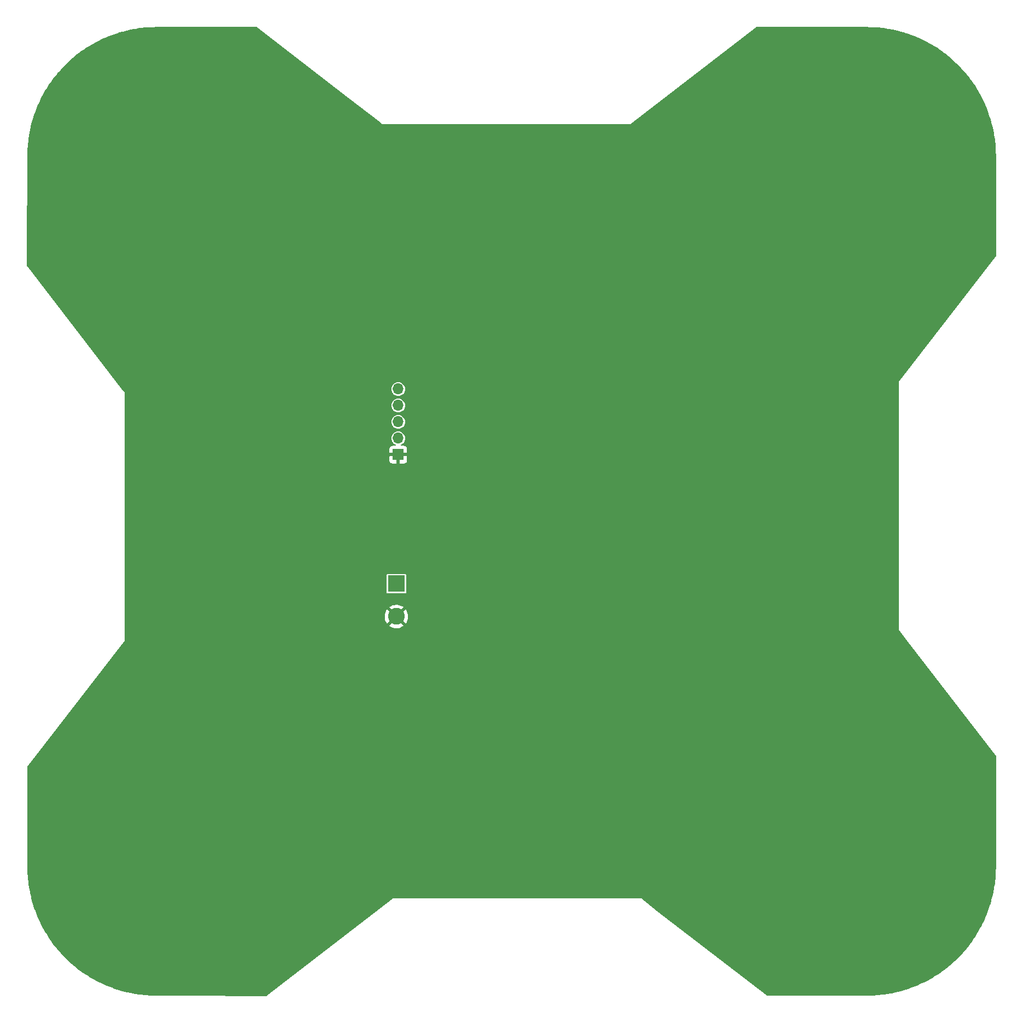
<source format=gbr>
%TF.GenerationSoftware,KiCad,Pcbnew,(6.0.4)*%
%TF.CreationDate,2022-04-26T19:16:40+02:00*%
%TF.ProjectId,FieldBoard,4669656c-6442-46f6-9172-642e6b696361,rev?*%
%TF.SameCoordinates,Original*%
%TF.FileFunction,Copper,L2,Bot*%
%TF.FilePolarity,Positive*%
%FSLAX46Y46*%
G04 Gerber Fmt 4.6, Leading zero omitted, Abs format (unit mm)*
G04 Created by KiCad (PCBNEW (6.0.4)) date 2022-04-26 19:16:40*
%MOMM*%
%LPD*%
G01*
G04 APERTURE LIST*
%TA.AperFunction,ComponentPad*%
%ADD10R,2.600000X2.600000*%
%TD*%
%TA.AperFunction,ComponentPad*%
%ADD11C,2.600000*%
%TD*%
%TA.AperFunction,ComponentPad*%
%ADD12R,1.700000X1.700000*%
%TD*%
%TA.AperFunction,ComponentPad*%
%ADD13O,1.700000X1.700000*%
%TD*%
%TA.AperFunction,ViaPad*%
%ADD14C,0.800000*%
%TD*%
G04 APERTURE END LIST*
D10*
%TO.P,J1,1,Pin_1*%
%TO.N,VDD*%
X126005000Y-100855000D03*
D11*
%TO.P,J1,2,Pin_2*%
%TO.N,GND*%
X126005000Y-105935000D03*
%TD*%
D12*
%TO.P,J2,1,Pin_1*%
%TO.N,GND*%
X126300000Y-80875000D03*
D13*
%TO.P,J2,2,Pin_2*%
%TO.N,Net-(R4-Pad1)*%
X126300000Y-78335000D03*
%TO.P,J2,3,Pin_3*%
%TO.N,Net-(R3-Pad1)*%
X126300000Y-75795000D03*
%TO.P,J2,4,Pin_4*%
%TO.N,Net-(R2-Pad1)*%
X126300000Y-73255000D03*
%TO.P,J2,5,Pin_5*%
%TO.N,Net-(R1-Pad1)*%
X126300000Y-70715000D03*
%TD*%
D14*
%TO.N,GND*%
X146000000Y-88000000D03*
X134600000Y-88700000D03*
X139400000Y-97900000D03*
X142900000Y-98800000D03*
X153000000Y-96500000D03*
X153000000Y-90400000D03*
X150700000Y-80300000D03*
X144700000Y-80400000D03*
X134600000Y-82700000D03*
X122900000Y-116100000D03*
X115300000Y-123700000D03*
X107900000Y-131100000D03*
X100200000Y-138600000D03*
X136700000Y-143400000D03*
X148000000Y-143400000D03*
X156600000Y-137500000D03*
X148100000Y-132100000D03*
X192200000Y-76500000D03*
X186800000Y-85200000D03*
X200800000Y-91100000D03*
X200800000Y-102500000D03*
X193300000Y-132700000D03*
X185800000Y-125200000D03*
X178200000Y-117700000D03*
X170600000Y-110200000D03*
X187400000Y-40400000D03*
X179900000Y-47900000D03*
X164600000Y-62900000D03*
X172300000Y-55400000D03*
X169300000Y-93900000D03*
X186800000Y-98400000D03*
X198100000Y-108200000D03*
X207000000Y-119200000D03*
X211200000Y-130900000D03*
X210100000Y-141900000D03*
X205400000Y-155400000D03*
X194500000Y-156600000D03*
X176600000Y-154800000D03*
X165300000Y-146000000D03*
X155600000Y-134700000D03*
X148400000Y-123300000D03*
X148100000Y-109900000D03*
X139200000Y-114600000D03*
X132100000Y-126200000D03*
X122300000Y-137500000D03*
X113900000Y-152100000D03*
X101800000Y-156700000D03*
X84900000Y-158200000D03*
X77200000Y-150600000D03*
X75800000Y-139800000D03*
X77800000Y-121900000D03*
X86300000Y-110900000D03*
X97700000Y-101100000D03*
X123300000Y-93900000D03*
X118100000Y-85000000D03*
X109500000Y-93900000D03*
X189500000Y-77600000D03*
X177900000Y-85000000D03*
X164300000Y-85200000D03*
X210200000Y-28200000D03*
X211300000Y-38900000D03*
X207000000Y-50900000D03*
X198000000Y-61900000D03*
X173900000Y-26600000D03*
X185800000Y-22200000D03*
X196800000Y-23400000D03*
X131000000Y-41400000D03*
X148200000Y-50000000D03*
X145500000Y-32800000D03*
X153500000Y-41400000D03*
X165300000Y-41400000D03*
X155600000Y-52600000D03*
X148400000Y-63900000D03*
X139200000Y-55300000D03*
X139500000Y-69200000D03*
X109400000Y-61300000D03*
X102000000Y-53800000D03*
X94300000Y-46300000D03*
X132100000Y-44000000D03*
X122300000Y-32800000D03*
X105300000Y-26700000D03*
X93200000Y-22200000D03*
X82100000Y-23400000D03*
X77200000Y-36800000D03*
X75900000Y-47500000D03*
X80500000Y-59500000D03*
X89000000Y-70500000D03*
X117100000Y-68800000D03*
X106400000Y-77600000D03*
X89000000Y-82500000D03*
X89000000Y-93900000D03*
X89000000Y-105100000D03*
X103600000Y-85200000D03*
%TD*%
%TA.AperFunction,Conductor*%
%TO.N,GND*%
G36*
X194505276Y-14644086D02*
G01*
X198856731Y-14658861D01*
X198857687Y-14658873D01*
X198857864Y-14658946D01*
X198858030Y-14658877D01*
X198859052Y-14658890D01*
X199368289Y-14670001D01*
X199727470Y-14677838D01*
X199732951Y-14678078D01*
X200570333Y-14732963D01*
X200599675Y-14734941D01*
X200604841Y-14735399D01*
X201296561Y-14811154D01*
X201478875Y-14831696D01*
X201483878Y-14832362D01*
X202106605Y-14928209D01*
X202106735Y-14928229D01*
X202352947Y-14967225D01*
X202357762Y-14968085D01*
X202720032Y-15040145D01*
X202939781Y-15083856D01*
X202940473Y-15083996D01*
X203220104Y-15141251D01*
X203224778Y-15142301D01*
X203653230Y-15247142D01*
X203778882Y-15277888D01*
X203779591Y-15278064D01*
X203899865Y-15308370D01*
X204078695Y-15353432D01*
X204083166Y-15354647D01*
X204615812Y-15509899D01*
X204616791Y-15510188D01*
X204722852Y-15542036D01*
X204927028Y-15603347D01*
X204931206Y-15604683D01*
X205401254Y-15764243D01*
X205446110Y-15779470D01*
X205447223Y-15779854D01*
X205763335Y-15890466D01*
X205767387Y-15891962D01*
X206266553Y-16086077D01*
X206267472Y-16086440D01*
X206586171Y-16214280D01*
X206589952Y-16215869D01*
X207074163Y-16428927D01*
X207075494Y-16429522D01*
X207393779Y-16574094D01*
X207397399Y-16575808D01*
X207867302Y-16807539D01*
X207868777Y-16808278D01*
X208184652Y-16969224D01*
X208188048Y-16971021D01*
X208644110Y-17221224D01*
X208645511Y-17222006D01*
X208957203Y-17398866D01*
X208960351Y-17400713D01*
X209402465Y-17668994D01*
X209404097Y-17670003D01*
X209709922Y-17862166D01*
X209712888Y-17864088D01*
X210140870Y-18150055D01*
X210142623Y-18151248D01*
X210441370Y-18358221D01*
X210444120Y-18360181D01*
X210857788Y-18663496D01*
X210859612Y-18664859D01*
X211150071Y-18886014D01*
X211152608Y-18887997D01*
X211551678Y-19208284D01*
X211553562Y-19209827D01*
X211834718Y-19444552D01*
X211836961Y-19446471D01*
X212221086Y-19783340D01*
X212223016Y-19785069D01*
X212493838Y-20032611D01*
X212495938Y-20034575D01*
X212727261Y-20256018D01*
X212864691Y-20387579D01*
X212866655Y-20389501D01*
X213126218Y-20649063D01*
X213128141Y-20651028D01*
X213481167Y-21019804D01*
X213483152Y-21021927D01*
X213730625Y-21292675D01*
X213732354Y-21294605D01*
X214069237Y-21678745D01*
X214071228Y-21681073D01*
X214305915Y-21962183D01*
X214307435Y-21964040D01*
X214627741Y-22363131D01*
X214629673Y-22365603D01*
X214850899Y-22656155D01*
X214852262Y-22657979D01*
X215155545Y-23071604D01*
X215157505Y-23074354D01*
X215364488Y-23373116D01*
X215365681Y-23374869D01*
X215651642Y-23802841D01*
X215653564Y-23805807D01*
X215845715Y-24111614D01*
X215846728Y-24113253D01*
X216115024Y-24555392D01*
X216116875Y-24558546D01*
X216293663Y-24870110D01*
X216294488Y-24871587D01*
X216425012Y-25109501D01*
X216544706Y-25327675D01*
X216546505Y-25331076D01*
X216707461Y-25646969D01*
X216708200Y-25648444D01*
X216939920Y-26118327D01*
X216941634Y-26121947D01*
X217086216Y-26440254D01*
X217086817Y-26441598D01*
X217299850Y-26925753D01*
X217301427Y-26929501D01*
X217301445Y-26929546D01*
X217429294Y-27248272D01*
X217429784Y-27249513D01*
X217623755Y-27748308D01*
X217625251Y-27752360D01*
X217735904Y-28068588D01*
X217736286Y-28069696D01*
X217911027Y-28584465D01*
X217911029Y-28584472D01*
X217912393Y-28588736D01*
X218005535Y-28898914D01*
X218005824Y-28899893D01*
X218161088Y-29432580D01*
X218162301Y-29437045D01*
X218237627Y-29735980D01*
X218237628Y-29735985D01*
X218237804Y-29736695D01*
X218237835Y-29736819D01*
X218237836Y-29736824D01*
X218373429Y-30290949D01*
X218374479Y-30295623D01*
X218431748Y-30575326D01*
X218431888Y-30576019D01*
X218547634Y-31157911D01*
X218548504Y-31162781D01*
X218587486Y-31408900D01*
X218587546Y-31409282D01*
X218683368Y-32031850D01*
X218684034Y-32036853D01*
X218704564Y-32219060D01*
X218704620Y-32219565D01*
X218704620Y-32219566D01*
X218780330Y-32910870D01*
X218780789Y-32916053D01*
X218782749Y-32945114D01*
X218837652Y-33782772D01*
X218837892Y-33788264D01*
X218856837Y-34656526D01*
X218856851Y-34657697D01*
X218856782Y-34657864D01*
X218856855Y-34658041D01*
X218856867Y-34659006D01*
X218889635Y-50022301D01*
X218869778Y-50090465D01*
X218863417Y-50099508D01*
X203815098Y-69614907D01*
X203814963Y-69614963D01*
X203814856Y-69615220D01*
X203814815Y-69615274D01*
X203814779Y-69615406D01*
X203814728Y-69615530D01*
X203814728Y-69615596D01*
X203814655Y-69615867D01*
X203814728Y-69615994D01*
X203814728Y-108015462D01*
X203814655Y-108015589D01*
X203814728Y-108015859D01*
X203814728Y-108015926D01*
X203814780Y-108016051D01*
X203814815Y-108016181D01*
X203814855Y-108016234D01*
X203814963Y-108016493D01*
X203815099Y-108016549D01*
X203824561Y-108028831D01*
X205111838Y-109699734D01*
X218888397Y-127581891D01*
X218914125Y-127648059D01*
X218914581Y-127659203D01*
X218909178Y-129250339D01*
X218856867Y-144656731D01*
X218856855Y-144657687D01*
X218856782Y-144657864D01*
X218856851Y-144658030D01*
X218856838Y-144659052D01*
X218837890Y-145527464D01*
X218837650Y-145532951D01*
X218782755Y-146370482D01*
X218780787Y-146399675D01*
X218780329Y-146404841D01*
X218704584Y-147096472D01*
X218684033Y-147278868D01*
X218683366Y-147283878D01*
X218587547Y-147906428D01*
X218587499Y-147906735D01*
X218548503Y-148152947D01*
X218547643Y-148157762D01*
X218475583Y-148520032D01*
X218431872Y-148739781D01*
X218431732Y-148740473D01*
X218374477Y-149020104D01*
X218373427Y-149024778D01*
X218237858Y-149578808D01*
X218237650Y-149579647D01*
X218162296Y-149878695D01*
X218161081Y-149883166D01*
X218005829Y-150415812D01*
X218005540Y-150416791D01*
X217912394Y-150726984D01*
X217911030Y-150731249D01*
X217736252Y-151246126D01*
X217735868Y-151247239D01*
X217625259Y-151563343D01*
X217623763Y-151567395D01*
X217429750Y-152066296D01*
X217429260Y-152067538D01*
X217301449Y-152386170D01*
X217299835Y-152390007D01*
X217086815Y-152874132D01*
X217086220Y-152875464D01*
X216941631Y-153193785D01*
X216939923Y-153197393D01*
X216939920Y-153197400D01*
X216708196Y-153667289D01*
X216707476Y-153668726D01*
X216565888Y-153946607D01*
X216546506Y-153984647D01*
X216544707Y-153988049D01*
X216294533Y-154444056D01*
X216293652Y-154445633D01*
X216116868Y-154757190D01*
X216115000Y-154760373D01*
X215846746Y-155202443D01*
X215845714Y-155204114D01*
X215653563Y-155509921D01*
X215651641Y-155512887D01*
X215365680Y-155940859D01*
X215364487Y-155942612D01*
X215157506Y-156241371D01*
X215155546Y-156244121D01*
X214852226Y-156657795D01*
X214850863Y-156659619D01*
X214629695Y-156950095D01*
X214627711Y-156952632D01*
X214307471Y-157351643D01*
X214305929Y-157353527D01*
X214071180Y-157634712D01*
X214069251Y-157636966D01*
X213904974Y-157824288D01*
X213732359Y-158021117D01*
X213730630Y-158023047D01*
X213483151Y-158293801D01*
X213481166Y-158295924D01*
X213128111Y-158664730D01*
X213126188Y-158666694D01*
X212866694Y-158926188D01*
X212864730Y-158928111D01*
X212495924Y-159281166D01*
X212493801Y-159283151D01*
X212223047Y-159530630D01*
X212221117Y-159532359D01*
X212024288Y-159704974D01*
X211836966Y-159869251D01*
X211834712Y-159871180D01*
X211652128Y-160023612D01*
X211553527Y-160105929D01*
X211551643Y-160107471D01*
X211152632Y-160427711D01*
X211150095Y-160429695D01*
X210859619Y-160650863D01*
X210857795Y-160652226D01*
X210444121Y-160955546D01*
X210441371Y-160957506D01*
X210142612Y-161164487D01*
X210140870Y-161165673D01*
X210140849Y-161165687D01*
X209712887Y-161451641D01*
X209709921Y-161453563D01*
X209404114Y-161645714D01*
X209402443Y-161646746D01*
X208960373Y-161915000D01*
X208957190Y-161916868D01*
X208645633Y-162093652D01*
X208644056Y-162094533D01*
X208188049Y-162344707D01*
X208184653Y-162346503D01*
X207868742Y-162507468D01*
X207867330Y-162508175D01*
X207397423Y-162739908D01*
X207397399Y-162739920D01*
X207393779Y-162741634D01*
X207075494Y-162886206D01*
X207074163Y-162886801D01*
X206589985Y-163099844D01*
X206586196Y-163101438D01*
X206486695Y-163141351D01*
X206267538Y-163229260D01*
X206266296Y-163229750D01*
X205767395Y-163423763D01*
X205763343Y-163425259D01*
X205447239Y-163535868D01*
X205446126Y-163536252D01*
X204931249Y-163711030D01*
X204926984Y-163712394D01*
X204616791Y-163805540D01*
X204615812Y-163805829D01*
X204083166Y-163961081D01*
X204078695Y-163962296D01*
X203899865Y-164007358D01*
X203779591Y-164037664D01*
X203778909Y-164037833D01*
X203653230Y-164068586D01*
X203224778Y-164173427D01*
X203220104Y-164174477D01*
X202940473Y-164231732D01*
X202939781Y-164231872D01*
X202720032Y-164275583D01*
X202357762Y-164347643D01*
X202352947Y-164348503D01*
X202106735Y-164387499D01*
X202106605Y-164387519D01*
X201483878Y-164483366D01*
X201478875Y-164484032D01*
X201296561Y-164504574D01*
X200604841Y-164580329D01*
X200599675Y-164580787D01*
X200570333Y-164582765D01*
X199732951Y-164637650D01*
X199727470Y-164637890D01*
X199428326Y-164644417D01*
X198859095Y-164656837D01*
X198858028Y-164656850D01*
X198857864Y-164656782D01*
X198857691Y-164656854D01*
X198856615Y-164656867D01*
X183493427Y-164689635D01*
X183425263Y-164669778D01*
X183416217Y-164663415D01*
X183410422Y-164658946D01*
X166342565Y-151497926D01*
X163905906Y-149619019D01*
X163900821Y-149615098D01*
X163900765Y-149614963D01*
X163900508Y-149614856D01*
X163900454Y-149614815D01*
X163900322Y-149614779D01*
X163900198Y-149614728D01*
X163900132Y-149614728D01*
X163899861Y-149614655D01*
X163899734Y-149614728D01*
X125500266Y-149614728D01*
X125500139Y-149614655D01*
X125499868Y-149614728D01*
X125499802Y-149614728D01*
X125499678Y-149614779D01*
X125499546Y-149614815D01*
X125499492Y-149614856D01*
X125499235Y-149614963D01*
X125499179Y-149615098D01*
X105933838Y-164688397D01*
X105867670Y-164714125D01*
X105856526Y-164714581D01*
X93210504Y-164671642D01*
X88858997Y-164656867D01*
X88858041Y-164656855D01*
X88857864Y-164656782D01*
X88857698Y-164656851D01*
X88856676Y-164656838D01*
X88347439Y-164645727D01*
X87988258Y-164637890D01*
X87982777Y-164637650D01*
X87145395Y-164582765D01*
X87116053Y-164580787D01*
X87110887Y-164580329D01*
X86419304Y-164504589D01*
X86236864Y-164484033D01*
X86231828Y-164483362D01*
X85609374Y-164387558D01*
X85609081Y-164387512D01*
X85435532Y-164360025D01*
X85362782Y-164348502D01*
X85357912Y-164347632D01*
X84776019Y-164231886D01*
X84775326Y-164231746D01*
X84495623Y-164174477D01*
X84490949Y-164173427D01*
X84287660Y-164123683D01*
X83936503Y-164037755D01*
X83936180Y-164037675D01*
X83637047Y-163962300D01*
X83632581Y-163961086D01*
X83632564Y-163961081D01*
X83099875Y-163805817D01*
X83098968Y-163805549D01*
X82788695Y-163712378D01*
X82784499Y-163711036D01*
X82269696Y-163536284D01*
X82268582Y-163535900D01*
X81952369Y-163425252D01*
X81948317Y-163423756D01*
X81449497Y-163229775D01*
X81448255Y-163229285D01*
X81231712Y-163142424D01*
X81129514Y-163101430D01*
X81125719Y-163099833D01*
X80641598Y-162886815D01*
X80640364Y-162886264D01*
X80321901Y-162741611D01*
X80318328Y-162739919D01*
X79848399Y-162508175D01*
X79847044Y-162507497D01*
X79719996Y-162442763D01*
X79531077Y-162346503D01*
X79527676Y-162344704D01*
X79309502Y-162225010D01*
X79071589Y-162094487D01*
X79070176Y-162093697D01*
X78907302Y-162001280D01*
X78758543Y-161916870D01*
X78755360Y-161915002D01*
X78464567Y-161738546D01*
X78313284Y-161646745D01*
X78311684Y-161645757D01*
X78005788Y-161453549D01*
X78002822Y-161451627D01*
X77832480Y-161337808D01*
X77574839Y-161165658D01*
X77573171Y-161164523D01*
X77427643Y-161063701D01*
X77274354Y-160957502D01*
X77271604Y-160955542D01*
X76857975Y-160652257D01*
X76856151Y-160650894D01*
X76565639Y-160429698D01*
X76563102Y-160427714D01*
X76164041Y-160107434D01*
X76162235Y-160105957D01*
X75881017Y-159871179D01*
X75878729Y-159869221D01*
X75494665Y-159532406D01*
X75492735Y-159530677D01*
X75221869Y-159283095D01*
X75219770Y-159281132D01*
X74851039Y-158928149D01*
X74849075Y-158926226D01*
X74589512Y-158666663D01*
X74587589Y-158664699D01*
X74234583Y-158295945D01*
X74232598Y-158293822D01*
X73985088Y-158023034D01*
X73983359Y-158021104D01*
X73646496Y-157636986D01*
X73644505Y-157634658D01*
X73409815Y-157353544D01*
X73408273Y-157351661D01*
X73408259Y-157351643D01*
X73088001Y-156952610D01*
X73086062Y-156950130D01*
X72864820Y-156659557D01*
X72863457Y-156657733D01*
X72560189Y-156244127D01*
X72558229Y-156241377D01*
X72351231Y-155942593D01*
X72350038Y-155940840D01*
X72064111Y-155512921D01*
X72062189Y-155509955D01*
X71869977Y-155204051D01*
X71868945Y-155202381D01*
X71600694Y-154760315D01*
X71598890Y-154757241D01*
X71422065Y-154445612D01*
X71421205Y-154444070D01*
X71171011Y-153988028D01*
X71169223Y-153984647D01*
X71065410Y-153780902D01*
X71008286Y-153668788D01*
X71007547Y-153667314D01*
X70775811Y-153197400D01*
X70774097Y-153193780D01*
X70629515Y-152875473D01*
X70628906Y-152874111D01*
X70415893Y-152390002D01*
X70414280Y-152386165D01*
X70286486Y-152067580D01*
X70285995Y-152066338D01*
X70091965Y-151567389D01*
X70090469Y-151563337D01*
X69979853Y-151247212D01*
X69979469Y-151246099D01*
X69804707Y-150731269D01*
X69803343Y-150727005D01*
X69710179Y-150416757D01*
X69709890Y-150415777D01*
X69554644Y-149883150D01*
X69553429Y-149878679D01*
X69550243Y-149866037D01*
X69478055Y-149579547D01*
X69477939Y-149579079D01*
X69411532Y-149307697D01*
X69342303Y-149024778D01*
X69341253Y-149020104D01*
X69283998Y-148740473D01*
X69283858Y-148739781D01*
X69246988Y-148554424D01*
X69168085Y-148157754D01*
X69167229Y-148152956D01*
X69128201Y-147906544D01*
X69128183Y-147906428D01*
X69032368Y-147283907D01*
X69031697Y-147278868D01*
X69011127Y-147096300D01*
X69011084Y-147095910D01*
X68935402Y-146404858D01*
X68934943Y-146399675D01*
X68932975Y-146370482D01*
X68878080Y-145532951D01*
X68877840Y-145527463D01*
X68858891Y-144658987D01*
X68858879Y-144658024D01*
X68858946Y-144657864D01*
X68858875Y-144657694D01*
X68858861Y-144656508D01*
X68826093Y-129293426D01*
X68845950Y-129225262D01*
X68852313Y-129216216D01*
X70086549Y-127615599D01*
X83900630Y-109700821D01*
X83900765Y-109700765D01*
X83900872Y-109700508D01*
X83900913Y-109700454D01*
X83900949Y-109700322D01*
X83901000Y-109700198D01*
X83901000Y-109700132D01*
X83901073Y-109699861D01*
X83901000Y-109699734D01*
X83901000Y-107379906D01*
X124924839Y-107379906D01*
X124933553Y-107391427D01*
X125040452Y-107469809D01*
X125048351Y-107474745D01*
X125277905Y-107595519D01*
X125286454Y-107599236D01*
X125531327Y-107684749D01*
X125540336Y-107687163D01*
X125795166Y-107735544D01*
X125804423Y-107736598D01*
X126063607Y-107746783D01*
X126072921Y-107746457D01*
X126330753Y-107718220D01*
X126339930Y-107716519D01*
X126590758Y-107650481D01*
X126599574Y-107647445D01*
X126837880Y-107545062D01*
X126846167Y-107540748D01*
X127066718Y-107404266D01*
X127074268Y-107398780D01*
X127079559Y-107394301D01*
X127087997Y-107381497D01*
X127081935Y-107371145D01*
X126017812Y-106307022D01*
X126003868Y-106299408D01*
X126002035Y-106299539D01*
X125995420Y-106303790D01*
X124931497Y-107367713D01*
X124924839Y-107379906D01*
X83901000Y-107379906D01*
X83901000Y-105892211D01*
X124192775Y-105892211D01*
X124205220Y-106151288D01*
X124206356Y-106160543D01*
X124256961Y-106414945D01*
X124259449Y-106423917D01*
X124347095Y-106668033D01*
X124350895Y-106676568D01*
X124473658Y-106905042D01*
X124478666Y-106912904D01*
X124548720Y-107006716D01*
X124559979Y-107015165D01*
X124572397Y-107008393D01*
X125632978Y-105947812D01*
X125639356Y-105936132D01*
X126369408Y-105936132D01*
X126369539Y-105937965D01*
X126373790Y-105944580D01*
X127441094Y-107011884D01*
X127453474Y-107018644D01*
X127461815Y-107012400D01*
X127595832Y-106804048D01*
X127600275Y-106795864D01*
X127706807Y-106559370D01*
X127709997Y-106550605D01*
X127780402Y-106300972D01*
X127782262Y-106291830D01*
X127815187Y-106033019D01*
X127815668Y-106026733D01*
X127817987Y-105938160D01*
X127817836Y-105931851D01*
X127798501Y-105671663D01*
X127797125Y-105662457D01*
X127739878Y-105409467D01*
X127737154Y-105400556D01*
X127643143Y-105158806D01*
X127639132Y-105150397D01*
X127510422Y-104925202D01*
X127505211Y-104917476D01*
X127461996Y-104862658D01*
X127450071Y-104854187D01*
X127438537Y-104860673D01*
X126377022Y-105922188D01*
X126369408Y-105936132D01*
X125639356Y-105936132D01*
X125640592Y-105933868D01*
X125640461Y-105932035D01*
X125636210Y-105925420D01*
X124570816Y-104860026D01*
X124557507Y-104852758D01*
X124547472Y-104859878D01*
X124531937Y-104878556D01*
X124526531Y-104886135D01*
X124391965Y-105107891D01*
X124387736Y-105116192D01*
X124287432Y-105355389D01*
X124284471Y-105364239D01*
X124220628Y-105615625D01*
X124219006Y-105624822D01*
X124193020Y-105882885D01*
X124192775Y-105892211D01*
X83901000Y-105892211D01*
X83901000Y-104487689D01*
X124922102Y-104487689D01*
X124926675Y-104497465D01*
X125992188Y-105562978D01*
X126006132Y-105570592D01*
X126007965Y-105570461D01*
X126014580Y-105566210D01*
X127079349Y-104501441D01*
X127085733Y-104489751D01*
X127076321Y-104477641D01*
X126929045Y-104375471D01*
X126921010Y-104370738D01*
X126688376Y-104256016D01*
X126679743Y-104252528D01*
X126432703Y-104173450D01*
X126423643Y-104171274D01*
X126167630Y-104129580D01*
X126158343Y-104128768D01*
X125898992Y-104125373D01*
X125889681Y-104125943D01*
X125632682Y-104160919D01*
X125623546Y-104162860D01*
X125374543Y-104235439D01*
X125365800Y-104238707D01*
X125130252Y-104347296D01*
X125122097Y-104351816D01*
X124931240Y-104476947D01*
X124922102Y-104487689D01*
X83901000Y-104487689D01*
X83901000Y-102174748D01*
X124504500Y-102174748D01*
X124516133Y-102233231D01*
X124560448Y-102299552D01*
X124626769Y-102343867D01*
X124638938Y-102346288D01*
X124638939Y-102346288D01*
X124679184Y-102354293D01*
X124685252Y-102355500D01*
X127324748Y-102355500D01*
X127330816Y-102354293D01*
X127371061Y-102346288D01*
X127371062Y-102346288D01*
X127383231Y-102343867D01*
X127449552Y-102299552D01*
X127493867Y-102233231D01*
X127505500Y-102174748D01*
X127505500Y-99535252D01*
X127493867Y-99476769D01*
X127449552Y-99410448D01*
X127383231Y-99366133D01*
X127371062Y-99363712D01*
X127371061Y-99363712D01*
X127330816Y-99355707D01*
X127324748Y-99354500D01*
X124685252Y-99354500D01*
X124679184Y-99355707D01*
X124638939Y-99363712D01*
X124638938Y-99363712D01*
X124626769Y-99366133D01*
X124560448Y-99410448D01*
X124516133Y-99476769D01*
X124504500Y-99535252D01*
X124504500Y-102174748D01*
X83901000Y-102174748D01*
X83901000Y-81769669D01*
X124942001Y-81769669D01*
X124942371Y-81776490D01*
X124947895Y-81827352D01*
X124951521Y-81842604D01*
X124996676Y-81963054D01*
X125005214Y-81978649D01*
X125081715Y-82080724D01*
X125094276Y-82093285D01*
X125196351Y-82169786D01*
X125211946Y-82178324D01*
X125332394Y-82223478D01*
X125347649Y-82227105D01*
X125398514Y-82232631D01*
X125405328Y-82233000D01*
X126027885Y-82233000D01*
X126043124Y-82228525D01*
X126044329Y-82227135D01*
X126046000Y-82219452D01*
X126046000Y-82214884D01*
X126554000Y-82214884D01*
X126558475Y-82230123D01*
X126559865Y-82231328D01*
X126567548Y-82232999D01*
X127194669Y-82232999D01*
X127201490Y-82232629D01*
X127252352Y-82227105D01*
X127267604Y-82223479D01*
X127388054Y-82178324D01*
X127403649Y-82169786D01*
X127505724Y-82093285D01*
X127518285Y-82080724D01*
X127594786Y-81978649D01*
X127603324Y-81963054D01*
X127648478Y-81842606D01*
X127652105Y-81827351D01*
X127657631Y-81776486D01*
X127658000Y-81769672D01*
X127658000Y-81147115D01*
X127653525Y-81131876D01*
X127652135Y-81130671D01*
X127644452Y-81129000D01*
X126572115Y-81129000D01*
X126556876Y-81133475D01*
X126555671Y-81134865D01*
X126554000Y-81142548D01*
X126554000Y-82214884D01*
X126046000Y-82214884D01*
X126046000Y-81147115D01*
X126041525Y-81131876D01*
X126040135Y-81130671D01*
X126032452Y-81129000D01*
X124960116Y-81129000D01*
X124944877Y-81133475D01*
X124943672Y-81134865D01*
X124942001Y-81142548D01*
X124942001Y-81769669D01*
X83901000Y-81769669D01*
X83901000Y-80602885D01*
X124942000Y-80602885D01*
X124946475Y-80618124D01*
X124947865Y-80619329D01*
X124955548Y-80621000D01*
X127639884Y-80621000D01*
X127655123Y-80616525D01*
X127656328Y-80615135D01*
X127657999Y-80607452D01*
X127657999Y-79980331D01*
X127657629Y-79973510D01*
X127652105Y-79922648D01*
X127648479Y-79907396D01*
X127603324Y-79786946D01*
X127594786Y-79771351D01*
X127518285Y-79669276D01*
X127505724Y-79656715D01*
X127403649Y-79580214D01*
X127388054Y-79571676D01*
X127267606Y-79526522D01*
X127252351Y-79522895D01*
X127201486Y-79517369D01*
X127194672Y-79517000D01*
X126818932Y-79517000D01*
X126750811Y-79496998D01*
X126704318Y-79443342D01*
X126694214Y-79373068D01*
X126723708Y-79308488D01*
X126762121Y-79278534D01*
X126860116Y-79229033D01*
X126865610Y-79226258D01*
X127027951Y-79099424D01*
X127162564Y-78943472D01*
X127183387Y-78906818D01*
X127261276Y-78769707D01*
X127264323Y-78764344D01*
X127329351Y-78568863D01*
X127355171Y-78364474D01*
X127355583Y-78335000D01*
X127335480Y-78129970D01*
X127275935Y-77932749D01*
X127179218Y-77750849D01*
X127105859Y-77660902D01*
X127052906Y-77595975D01*
X127052903Y-77595972D01*
X127049011Y-77591200D01*
X127031786Y-77576950D01*
X126895025Y-77463811D01*
X126895021Y-77463809D01*
X126890275Y-77459882D01*
X126709055Y-77361897D01*
X126512254Y-77300977D01*
X126506129Y-77300333D01*
X126506128Y-77300333D01*
X126313498Y-77280087D01*
X126313496Y-77280087D01*
X126307369Y-77279443D01*
X126220529Y-77287346D01*
X126108342Y-77297555D01*
X126108339Y-77297556D01*
X126102203Y-77298114D01*
X125904572Y-77356280D01*
X125722002Y-77451726D01*
X125717201Y-77455586D01*
X125717198Y-77455588D01*
X125706971Y-77463811D01*
X125561447Y-77580815D01*
X125429024Y-77738630D01*
X125426056Y-77744028D01*
X125426053Y-77744033D01*
X125419315Y-77756290D01*
X125329776Y-77919162D01*
X125267484Y-78115532D01*
X125266798Y-78121649D01*
X125266797Y-78121653D01*
X125245207Y-78314137D01*
X125244520Y-78320262D01*
X125261759Y-78525553D01*
X125318544Y-78723586D01*
X125321359Y-78729063D01*
X125321360Y-78729066D01*
X125342247Y-78769707D01*
X125412712Y-78906818D01*
X125540677Y-79068270D01*
X125697564Y-79201791D01*
X125746308Y-79229033D01*
X125839315Y-79281013D01*
X125889020Y-79331707D01*
X125903428Y-79401226D01*
X125877964Y-79467499D01*
X125820713Y-79509484D01*
X125777844Y-79517001D01*
X125405331Y-79517001D01*
X125398510Y-79517371D01*
X125347648Y-79522895D01*
X125332396Y-79526521D01*
X125211946Y-79571676D01*
X125196351Y-79580214D01*
X125094276Y-79656715D01*
X125081715Y-79669276D01*
X125005214Y-79771351D01*
X124996676Y-79786946D01*
X124951522Y-79907394D01*
X124947895Y-79922649D01*
X124942369Y-79973514D01*
X124942000Y-79980328D01*
X124942000Y-80602885D01*
X83901000Y-80602885D01*
X83901000Y-75780262D01*
X125244520Y-75780262D01*
X125261759Y-75985553D01*
X125318544Y-76183586D01*
X125321359Y-76189063D01*
X125321360Y-76189066D01*
X125342247Y-76229707D01*
X125412712Y-76366818D01*
X125540677Y-76528270D01*
X125697564Y-76661791D01*
X125877398Y-76762297D01*
X125972238Y-76793113D01*
X126067471Y-76824056D01*
X126067475Y-76824057D01*
X126073329Y-76825959D01*
X126277894Y-76850351D01*
X126284029Y-76849879D01*
X126284031Y-76849879D01*
X126340039Y-76845569D01*
X126483300Y-76834546D01*
X126489230Y-76832890D01*
X126489232Y-76832890D01*
X126675797Y-76780800D01*
X126675796Y-76780800D01*
X126681725Y-76779145D01*
X126687214Y-76776372D01*
X126687220Y-76776370D01*
X126860116Y-76689033D01*
X126865610Y-76686258D01*
X127027951Y-76559424D01*
X127162564Y-76403472D01*
X127183387Y-76366818D01*
X127261276Y-76229707D01*
X127264323Y-76224344D01*
X127329351Y-76028863D01*
X127355171Y-75824474D01*
X127355583Y-75795000D01*
X127335480Y-75589970D01*
X127275935Y-75392749D01*
X127179218Y-75210849D01*
X127105859Y-75120902D01*
X127052906Y-75055975D01*
X127052903Y-75055972D01*
X127049011Y-75051200D01*
X127031786Y-75036950D01*
X126895025Y-74923811D01*
X126895021Y-74923809D01*
X126890275Y-74919882D01*
X126709055Y-74821897D01*
X126512254Y-74760977D01*
X126506129Y-74760333D01*
X126506128Y-74760333D01*
X126313498Y-74740087D01*
X126313496Y-74740087D01*
X126307369Y-74739443D01*
X126220529Y-74747346D01*
X126108342Y-74757555D01*
X126108339Y-74757556D01*
X126102203Y-74758114D01*
X125904572Y-74816280D01*
X125722002Y-74911726D01*
X125717201Y-74915586D01*
X125717198Y-74915588D01*
X125706971Y-74923811D01*
X125561447Y-75040815D01*
X125429024Y-75198630D01*
X125426056Y-75204028D01*
X125426053Y-75204033D01*
X125419315Y-75216290D01*
X125329776Y-75379162D01*
X125267484Y-75575532D01*
X125266798Y-75581649D01*
X125266797Y-75581653D01*
X125245207Y-75774137D01*
X125244520Y-75780262D01*
X83901000Y-75780262D01*
X83901000Y-73240262D01*
X125244520Y-73240262D01*
X125261759Y-73445553D01*
X125318544Y-73643586D01*
X125321359Y-73649063D01*
X125321360Y-73649066D01*
X125342247Y-73689707D01*
X125412712Y-73826818D01*
X125540677Y-73988270D01*
X125697564Y-74121791D01*
X125877398Y-74222297D01*
X125972238Y-74253112D01*
X126067471Y-74284056D01*
X126067475Y-74284057D01*
X126073329Y-74285959D01*
X126277894Y-74310351D01*
X126284029Y-74309879D01*
X126284031Y-74309879D01*
X126340039Y-74305569D01*
X126483300Y-74294546D01*
X126489230Y-74292890D01*
X126489232Y-74292890D01*
X126675797Y-74240800D01*
X126675796Y-74240800D01*
X126681725Y-74239145D01*
X126687214Y-74236372D01*
X126687220Y-74236370D01*
X126860116Y-74149033D01*
X126865610Y-74146258D01*
X127027951Y-74019424D01*
X127162564Y-73863472D01*
X127183387Y-73826818D01*
X127261276Y-73689707D01*
X127264323Y-73684344D01*
X127329351Y-73488863D01*
X127355171Y-73284474D01*
X127355583Y-73255000D01*
X127335480Y-73049970D01*
X127275935Y-72852749D01*
X127179218Y-72670849D01*
X127105859Y-72580902D01*
X127052906Y-72515975D01*
X127052903Y-72515972D01*
X127049011Y-72511200D01*
X127031786Y-72496950D01*
X126895025Y-72383811D01*
X126895021Y-72383809D01*
X126890275Y-72379882D01*
X126709055Y-72281897D01*
X126512254Y-72220977D01*
X126506129Y-72220333D01*
X126506128Y-72220333D01*
X126313498Y-72200087D01*
X126313496Y-72200087D01*
X126307369Y-72199443D01*
X126220529Y-72207346D01*
X126108342Y-72217555D01*
X126108339Y-72217556D01*
X126102203Y-72218114D01*
X125904572Y-72276280D01*
X125722002Y-72371726D01*
X125717201Y-72375586D01*
X125717198Y-72375588D01*
X125706971Y-72383811D01*
X125561447Y-72500815D01*
X125429024Y-72658630D01*
X125426056Y-72664028D01*
X125426053Y-72664033D01*
X125419315Y-72676290D01*
X125329776Y-72839162D01*
X125267484Y-73035532D01*
X125266798Y-73041649D01*
X125266797Y-73041653D01*
X125245207Y-73234137D01*
X125244520Y-73240262D01*
X83901000Y-73240262D01*
X83901000Y-71300266D01*
X83901073Y-71300139D01*
X83901000Y-71299868D01*
X83901000Y-71299802D01*
X83900949Y-71299678D01*
X83900913Y-71299546D01*
X83900872Y-71299492D01*
X83900765Y-71299235D01*
X83900630Y-71299179D01*
X83439219Y-70700262D01*
X125244520Y-70700262D01*
X125261759Y-70905553D01*
X125318544Y-71103586D01*
X125321359Y-71109063D01*
X125321360Y-71109066D01*
X125342247Y-71149707D01*
X125412712Y-71286818D01*
X125540677Y-71448270D01*
X125697564Y-71581791D01*
X125877398Y-71682297D01*
X125972238Y-71713113D01*
X126067471Y-71744056D01*
X126067475Y-71744057D01*
X126073329Y-71745959D01*
X126277894Y-71770351D01*
X126284029Y-71769879D01*
X126284031Y-71769879D01*
X126340039Y-71765569D01*
X126483300Y-71754546D01*
X126489230Y-71752890D01*
X126489232Y-71752890D01*
X126675797Y-71700800D01*
X126675796Y-71700800D01*
X126681725Y-71699145D01*
X126687214Y-71696372D01*
X126687220Y-71696370D01*
X126860116Y-71609033D01*
X126865610Y-71606258D01*
X127027951Y-71479424D01*
X127162564Y-71323472D01*
X127172419Y-71306125D01*
X127261276Y-71149707D01*
X127264323Y-71144344D01*
X127329351Y-70948863D01*
X127355171Y-70744474D01*
X127355583Y-70715000D01*
X127335480Y-70509970D01*
X127275935Y-70312749D01*
X127179218Y-70130849D01*
X127105859Y-70040902D01*
X127052906Y-69975975D01*
X127052903Y-69975972D01*
X127049011Y-69971200D01*
X127031786Y-69956950D01*
X126895025Y-69843811D01*
X126895021Y-69843809D01*
X126890275Y-69839882D01*
X126709055Y-69741897D01*
X126512254Y-69680977D01*
X126506129Y-69680333D01*
X126506128Y-69680333D01*
X126313498Y-69660087D01*
X126313496Y-69660087D01*
X126307369Y-69659443D01*
X126220529Y-69667346D01*
X126108342Y-69677555D01*
X126108339Y-69677556D01*
X126102203Y-69678114D01*
X125904572Y-69736280D01*
X125722002Y-69831726D01*
X125717201Y-69835586D01*
X125717198Y-69835588D01*
X125706971Y-69843811D01*
X125561447Y-69960815D01*
X125429024Y-70118630D01*
X125426056Y-70124028D01*
X125426053Y-70124033D01*
X125419315Y-70136290D01*
X125329776Y-70299162D01*
X125267484Y-70495532D01*
X125266798Y-70501649D01*
X125266797Y-70501653D01*
X125245207Y-70694137D01*
X125244520Y-70700262D01*
X83439219Y-70700262D01*
X68827331Y-51733838D01*
X68801603Y-51667670D01*
X68801147Y-51656515D01*
X68806465Y-50090465D01*
X68858861Y-34658997D01*
X68858873Y-34658041D01*
X68858946Y-34657864D01*
X68858877Y-34657698D01*
X68858890Y-34656676D01*
X68877838Y-33788264D01*
X68878078Y-33782772D01*
X68932982Y-32945104D01*
X68934941Y-32916053D01*
X68935400Y-32910870D01*
X69011169Y-32219033D01*
X69031693Y-32036882D01*
X69031695Y-32036864D01*
X69032367Y-32031818D01*
X69128153Y-31409483D01*
X69128238Y-31408939D01*
X69167226Y-31162782D01*
X69168096Y-31157912D01*
X69283842Y-30576019D01*
X69283982Y-30575326D01*
X69341251Y-30295623D01*
X69342301Y-30290949D01*
X69392045Y-30087660D01*
X69477973Y-29736503D01*
X69478053Y-29736180D01*
X69553428Y-29437047D01*
X69554642Y-29432581D01*
X69709899Y-28899917D01*
X69710188Y-28898938D01*
X69710195Y-28898914D01*
X69803350Y-28588695D01*
X69804701Y-28584472D01*
X69979444Y-28069696D01*
X69979828Y-28068582D01*
X70090476Y-27752367D01*
X70091972Y-27748315D01*
X70285958Y-27249481D01*
X70286448Y-27248239D01*
X70414300Y-26929508D01*
X70415882Y-26925747D01*
X70628908Y-26441609D01*
X70629511Y-26440260D01*
X70629514Y-26440254D01*
X70774113Y-26121910D01*
X70775800Y-26118347D01*
X71007553Y-25648399D01*
X71008269Y-25646969D01*
X71169224Y-25331078D01*
X71171023Y-25327677D01*
X71240784Y-25200519D01*
X71421237Y-24871596D01*
X71422013Y-24870206D01*
X71598866Y-24558528D01*
X71600734Y-24555345D01*
X71868950Y-24113337D01*
X71869982Y-24111666D01*
X72062179Y-23805786D01*
X72064101Y-23802820D01*
X72350049Y-23374870D01*
X72351242Y-23373117D01*
X72558225Y-23074355D01*
X72560185Y-23071605D01*
X72863456Y-22657995D01*
X72864819Y-22656170D01*
X73086062Y-22365597D01*
X73088046Y-22363061D01*
X73408278Y-21964060D01*
X73409820Y-21962176D01*
X73644537Y-21681031D01*
X73646439Y-21678807D01*
X73983374Y-21294605D01*
X73985072Y-21292710D01*
X74232627Y-21021874D01*
X74234579Y-21019786D01*
X74587572Y-20651045D01*
X74589495Y-20649081D01*
X74849081Y-20389495D01*
X74851045Y-20387572D01*
X74851936Y-20386719D01*
X75219786Y-20034579D01*
X75221874Y-20032627D01*
X75492710Y-19785072D01*
X75494640Y-19783343D01*
X75878807Y-19446438D01*
X75881055Y-19444516D01*
X76162178Y-19209819D01*
X76164060Y-19208278D01*
X76563061Y-18888046D01*
X76565597Y-18886062D01*
X76856170Y-18664819D01*
X76857995Y-18663456D01*
X77271605Y-18360185D01*
X77274355Y-18358225D01*
X77573117Y-18151242D01*
X77574870Y-18150049D01*
X77751717Y-18031884D01*
X78002841Y-17864088D01*
X78005763Y-17862194D01*
X78311709Y-17669956D01*
X78313303Y-17668971D01*
X78755345Y-17400734D01*
X78758528Y-17398866D01*
X78819130Y-17364479D01*
X79070206Y-17222013D01*
X79071596Y-17221237D01*
X79400519Y-17040784D01*
X79527677Y-16971023D01*
X79531078Y-16969224D01*
X79681648Y-16892505D01*
X79847011Y-16808248D01*
X79848426Y-16807539D01*
X80318347Y-16575800D01*
X80321910Y-16574113D01*
X80640274Y-16429505D01*
X80641622Y-16428902D01*
X81125749Y-16215881D01*
X81129508Y-16214300D01*
X81448260Y-16086440D01*
X81449481Y-16085958D01*
X81948342Y-15891962D01*
X81952348Y-15890483D01*
X82268582Y-15779828D01*
X82269696Y-15779444D01*
X82294730Y-15770946D01*
X82784499Y-15604692D01*
X82788695Y-15603350D01*
X83098968Y-15510179D01*
X83099875Y-15509911D01*
X83632586Y-15354641D01*
X83637052Y-15353427D01*
X83936180Y-15278053D01*
X83936503Y-15277973D01*
X84287660Y-15192045D01*
X84490949Y-15142301D01*
X84495623Y-15141251D01*
X84775326Y-15083982D01*
X84776019Y-15083842D01*
X85357912Y-14968096D01*
X85362782Y-14967226D01*
X85435532Y-14955703D01*
X85609081Y-14928216D01*
X85609374Y-14928170D01*
X86231828Y-14832366D01*
X86236864Y-14831695D01*
X86419304Y-14811139D01*
X87110887Y-14735399D01*
X87116053Y-14734941D01*
X87145395Y-14732963D01*
X87982777Y-14678078D01*
X87988258Y-14677838D01*
X88295060Y-14671144D01*
X88856633Y-14658891D01*
X88857700Y-14658878D01*
X88857864Y-14658946D01*
X88858037Y-14658874D01*
X88859113Y-14658861D01*
X104222302Y-14626093D01*
X104290466Y-14645950D01*
X104299508Y-14652311D01*
X118557921Y-25646969D01*
X123528772Y-29479991D01*
X123814907Y-29700630D01*
X123814963Y-29700765D01*
X123815220Y-29700872D01*
X123815274Y-29700913D01*
X123815406Y-29700949D01*
X123815530Y-29701000D01*
X123815596Y-29701000D01*
X123815867Y-29701073D01*
X123815994Y-29701000D01*
X162215462Y-29701000D01*
X162215589Y-29701073D01*
X162215859Y-29701000D01*
X162215926Y-29701000D01*
X162216051Y-29700948D01*
X162216181Y-29700913D01*
X162216234Y-29700873D01*
X162216493Y-29700765D01*
X162216549Y-29700629D01*
X181781891Y-14627331D01*
X181848059Y-14601603D01*
X181859203Y-14601147D01*
X194505276Y-14644086D01*
G37*
%TD.AperFunction*%
%TD*%
M02*

</source>
